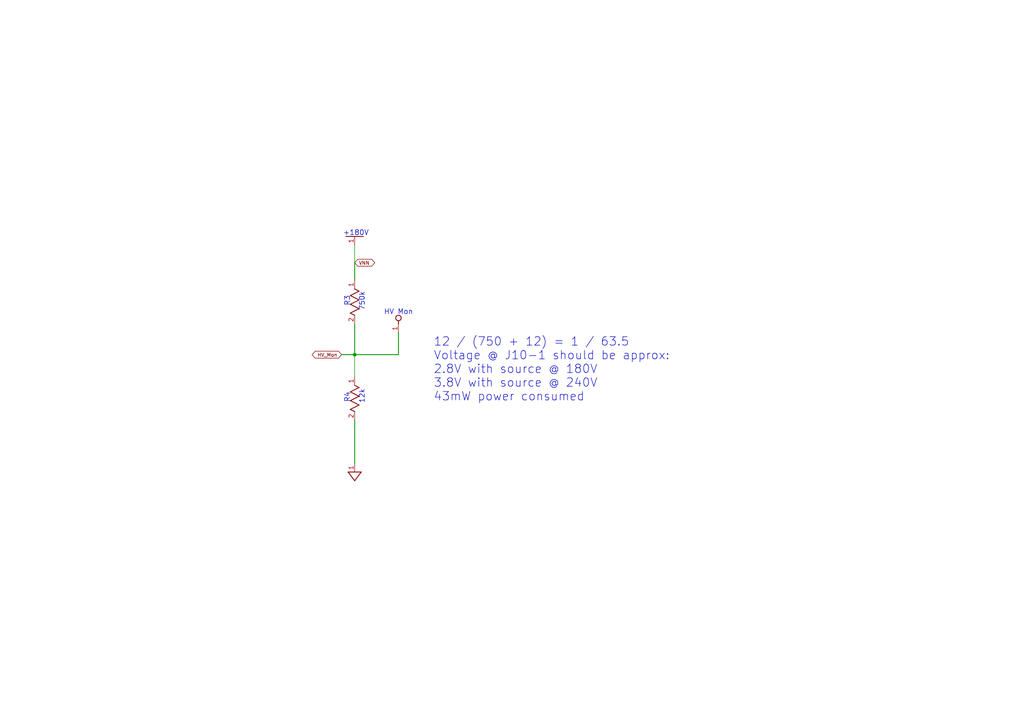
<source format=kicad_sch>
(kicad_sch (version 20231120) (generator "eeschema") (generator_version "8.0")
  (paper "A4")
  (lib_symbols
    (symbol "Clock Controller-eagle-import:+180V" (power)
      (symbol "+180V_1_0"
        (polyline (pts (xy -2.54 0) (xy 2.54 0)) (stroke (width 0.25)))
        (pin power_in line (at 0 -2.54 90) (length 2.54) (name "+24V") (number "1"))
      )
    )
    (symbol "Clock Controller-eagle-import:GND_DIGITAL" (power)
      (symbol "GND_DIGITAL_1_0"
        (polyline (pts (xy -1.905 1.27) (xy 0 -1.27)) (stroke (width 0.25)))
        (polyline (pts (xy -1.905 1.27) (xy 1.905 1.27)) (stroke (width 0.25)))
        (polyline (pts (xy 0 -1.27) (xy 1.905 1.27)) (stroke (width 0.25)))
        (pin power_in line (at 0 3.81 270) (length 2.54) (name "GNDD") (number "1"))
      )
    )
    (symbol "Clock Controller-eagle-import:HV_MON" (power)
      (symbol "HV_MON_1_0"
        (circle (center -0.476 0) (radius 0.794) (stroke (width 0.25)))
        (polyline (pts (xy 1.27 0) (xy 0.317 0)) (stroke (width 0.25)))
        (pin power_in line (at 3.81 0 180) (length 2.54) (name "1") (number "1"))
      )
    )
    (symbol "Clock Controller-eagle-import:RES_0805"
      (symbol "RES_0805_1_0"
        (polyline (pts (xy -3.81 0) (xy -3.175 1.27)) (stroke (width 0.25)))
        (polyline (pts (xy -3.175 1.27) (xy -1.905 -1.27)) (stroke (width 0.25)))
        (polyline (pts (xy -1.905 -1.27) (xy -0.635 1.27)) (stroke (width 0.25)))
        (polyline (pts (xy -0.635 1.27) (xy 0.635 -1.27)) (stroke (width 0.25)))
        (polyline (pts (xy 0.635 -1.27) (xy 1.905 1.27)) (stroke (width 0.25)))
        (polyline (pts (xy 1.905 1.27) (xy 3.175 -1.27)) (stroke (width 0.25)))
        (polyline (pts (xy 3.175 -1.27) (xy 3.81 0)) (stroke (width 0.25)))
        (pin passive line (at -6.35 0 0) (length 2.54) (name "1") (number "1"))
        (pin passive line (at 6.35 0 180) (length 2.54) (name "2") (number "2"))
      )
    )
  )
  (junction (at 102.87 102.87))
  (wire (pts (xy 115.57 96.52) (xy 115.57 102.87)) (stroke (width 0.25)))
  (wire (pts (xy 99.06 102.87) (xy 102.87 102.87)))
  (wire (pts (xy 99.06 102.87) (xy 102.87 102.87)) (stroke (width 0.25)))
  (wire (pts (xy 102.87 121.92) (xy 102.87 134.366)) (stroke (width 0.25)))
  (wire (pts (xy 115.57 102.87) (xy 102.87 102.87)) (stroke (width 0.25)))
  (wire (pts (xy 102.87 102.87) (xy 102.87 109.22)))
  (wire (pts (xy 102.87 76.2) (xy 102.87 81.28)) (stroke (width 0.25)))
  (wire (pts (xy 102.87 76.2) (xy 102.87 71.12)))
  (wire (pts (xy 102.87 102.87) (xy 102.87 93.98)) (stroke (width 0.25)))
  (text "12 / (750 + 12) = 1 / 63.5\nVoltage @ J10-1 should be approx:\n2.8V with source @ 180V\n3.8V with source @ 240V\n43mW power consumed" (at 125.73 97.79 0) (effects (font (size 2.467 2.467)) (justify left top)))
  (text "+180V" (at 99.487 68.52 0) (effects (font (size 1.48 1.48)) (justify left bottom)))
  (text "R4" (at 101.6 116.862 90) (effects (font (size 1.48 1.48)) (justify left bottom)))
  (text "HV Mon" (at 111.337 91.44 0) (effects (font (size 1.48 1.48)) (justify left bottom)))
  (text "12k" (at 104.14 117.135 90) (effects (font (size 1.48 1.48)) (justify left top)))
  (text "R3" (at 101.6 88.886 90) (effects (font (size 1.48 1.48)) (justify left bottom)))
  (text "750k" (at 104.14 90.268 90) (effects (font (size 1.48 1.48)) (justify left top)))
  (global_label "VNN" (shape bidirectional) (at 102.87 76.2 0) (effects (font (size 1.016 1.016))) (property "Intersheetrefs" "${INTERSHEET_REFS}" (effects (hide yes))))
  (global_label "HV_Mon" (shape bidirectional) (at 99.06 102.87 180) (effects (font (size 1.016 1.016))) (property "Intersheetrefs" "${INTERSHEET_REFS}" (effects (hide yes))))
  (symbol (lib_id "Clock Controller-eagle-import:+180V") (at 102.87 68.58 0) (unit 1)
    (property "Reference" "#NetPort09" (effects (hide yes)))
    (property "Value" "+180V" (effects (hide yes)))
  )
  (symbol (lib_id "Clock Controller-eagle-import:GND_DIGITAL") (at 102.87 138.176 0) (unit 1)
    (property "Reference" "#NetPort08" (effects (hide yes)))
    (property "Value" "GND_DIGITAL" (effects (hide yes)))
  )
  (symbol (lib_id "Clock Controller-eagle-import:RES_0805") (at 102.87 87.63 270) (unit 1)
    (property "Reference" "R3" (effects (hide yes)))
    (property "Value" "750k" (effects (hide yes)))
    (property "Footprint" "Clock Controller:RES_0805" (effects (hide yes)))
  )
  (symbol (lib_id "Clock Controller-eagle-import:RES_0805") (at 102.87 115.57 270) (unit 1)
    (property "Reference" "R4" (effects (hide yes)))
    (property "Value" "12k" (effects (hide yes)))
    (property "Footprint" "Clock Controller:RES_0805" (effects (hide yes)))
  )
  (symbol (lib_id "Clock Controller-eagle-import:HV_MON") (at 115.57 92.71 270) (unit 1)
    (property "Reference" "#NetPort020" (effects (hide yes)))
    (property "Value" "HV_MON" (effects (hide yes)))
  )
)
</source>
